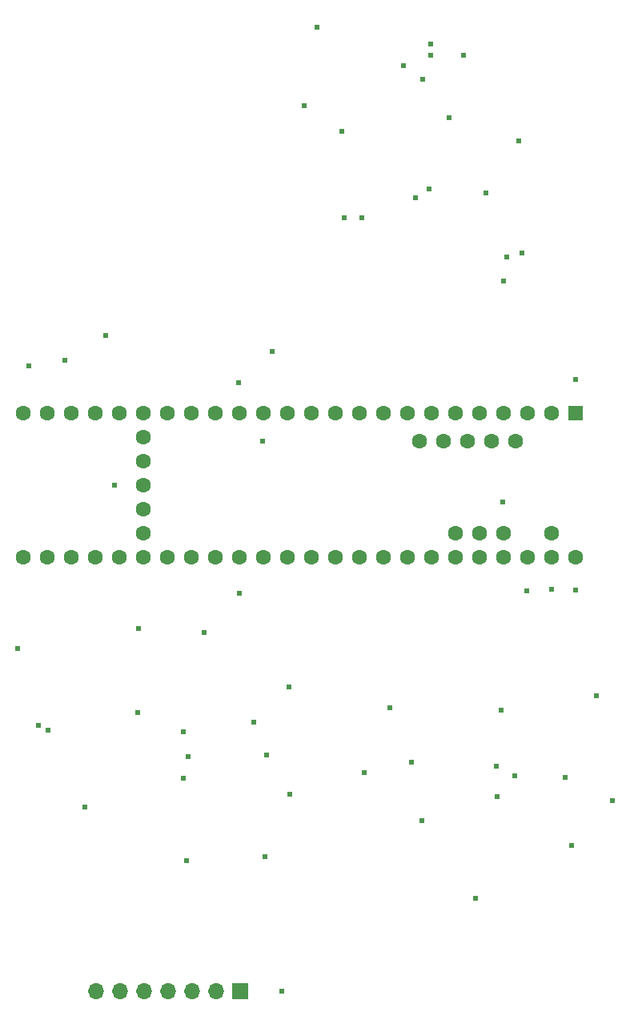
<source format=gbr>
%TF.GenerationSoftware,KiCad,Pcbnew,(5.0.1)-4*%
%TF.CreationDate,2019-11-27T13:43:37-06:00*%
%TF.ProjectId,new_synth_transistor,6E65775F73796E74685F7472616E7369,rev?*%
%TF.SameCoordinates,Original*%
%TF.FileFunction,Copper,L5,Inr,Signal*%
%TF.FilePolarity,Positive*%
%FSLAX46Y46*%
G04 Gerber Fmt 4.6, Leading zero omitted, Abs format (unit mm)*
G04 Created by KiCad (PCBNEW (5.0.1)-4) date 11/27/2019 1:43:37 PM*
%MOMM*%
%LPD*%
G01*
G04 APERTURE LIST*
%ADD10C,1.600000*%
%ADD11R,1.600000X1.600000*%
%ADD12O,1.700000X1.700000*%
%ADD13R,1.700000X1.700000*%
%ADD14C,0.609600*%
G04 APERTURE END LIST*
D10*
X237154720Y-60258960D03*
X234614720Y-60258960D03*
X232074720Y-60258960D03*
X229534720Y-60258960D03*
X239694720Y-60258960D03*
X242234720Y-60258960D03*
X244774720Y-60258960D03*
X226994720Y-60258960D03*
X224454720Y-60258960D03*
X221914720Y-60258960D03*
X219374720Y-60258960D03*
X232074720Y-62798960D03*
X232074720Y-65338960D03*
X232074720Y-67878960D03*
X232074720Y-70418960D03*
X232074720Y-72958960D03*
X219374720Y-75498960D03*
X221914720Y-75498960D03*
X224454720Y-75498960D03*
X226994720Y-75498960D03*
X229534720Y-75498960D03*
X232074720Y-75498960D03*
X234614720Y-75498960D03*
X237154720Y-75498960D03*
X247314720Y-60258960D03*
X249854720Y-60258960D03*
X252394720Y-60258960D03*
X254934720Y-60258960D03*
X257474720Y-60258960D03*
X260014720Y-60258960D03*
X262554720Y-60258960D03*
X265094720Y-60258960D03*
X267634720Y-60258960D03*
X270174720Y-60258960D03*
X272714720Y-60258960D03*
X275254720Y-60258960D03*
D11*
X277794720Y-60258960D03*
D10*
X239694720Y-75498960D03*
X242234720Y-75498960D03*
X244774720Y-75498960D03*
X247314720Y-75498960D03*
X249854720Y-75498960D03*
X252394720Y-75498960D03*
X254934720Y-75498960D03*
X257474720Y-75498960D03*
X260014720Y-75498960D03*
X262554720Y-75498960D03*
X265094720Y-75498960D03*
X267634720Y-75498960D03*
X270174720Y-75498960D03*
X272714720Y-75498960D03*
X275254720Y-75498960D03*
X277794720Y-75498960D03*
X275254720Y-72958960D03*
X270174720Y-72958960D03*
X267634720Y-72958960D03*
X265094720Y-72958960D03*
X271444720Y-63258960D03*
X268904720Y-63258960D03*
X266364720Y-63258960D03*
X263824720Y-63258960D03*
X261284720Y-63258960D03*
D12*
X227116640Y-121452640D03*
X229656640Y-121452640D03*
X232196640Y-121452640D03*
X234736640Y-121452640D03*
X237276640Y-121452640D03*
X239816640Y-121452640D03*
D13*
X242356640Y-121452640D03*
D14*
X272189820Y-43367422D03*
X262492100Y-22453062D03*
X262512420Y-21213542D03*
X277794720Y-56728360D03*
X229052120Y-67868800D03*
X242234720Y-79349600D03*
X270149320Y-69682360D03*
X275315680Y-78943200D03*
X269956280Y-91683840D03*
X269483840Y-97586800D03*
X276717760Y-98806000D03*
X281731720Y-101244400D03*
X267258800Y-111566960D03*
X261609840Y-103362760D03*
X260446520Y-97195640D03*
X247489894Y-89227574D03*
X243819680Y-92989400D03*
X231536240Y-91937840D03*
X236357160Y-98907600D03*
X238511080Y-83479640D03*
X218851480Y-85135720D03*
X222016320Y-93832680D03*
X246761000Y-121371360D03*
X247599200Y-100568760D03*
X228142800Y-52039520D03*
X236651800Y-107589320D03*
X272709640Y-79100680D03*
X242214400Y-57089040D03*
X220024960Y-55290720D03*
X250484640Y-19431000D03*
X264464800Y-29067760D03*
X223850200Y-54655720D03*
X260883400Y-37500560D03*
X270576040Y-43789600D03*
X245719600Y-53789580D03*
X244701060Y-63286640D03*
X277809960Y-78958440D03*
X280035000Y-90190320D03*
X271414240Y-98663760D03*
X269529560Y-100832920D03*
X245125240Y-96398080D03*
X236870240Y-96641920D03*
X236321600Y-93944440D03*
X225938080Y-101909880D03*
X221020640Y-93278960D03*
X255483360Y-98308160D03*
X244942360Y-107223560D03*
X231566720Y-83093560D03*
X258221480Y-91399360D03*
X277428960Y-105984040D03*
X262371840Y-36555680D03*
X268386560Y-36997640D03*
X270210280Y-46283880D03*
X249101152Y-27738262D03*
X253103380Y-30467300D03*
X271813020Y-31455360D03*
X255209040Y-39654480D03*
X253344680Y-39644320D03*
X266009120Y-22402800D03*
X259616590Y-23540720D03*
X261680960Y-24988520D03*
M02*

</source>
